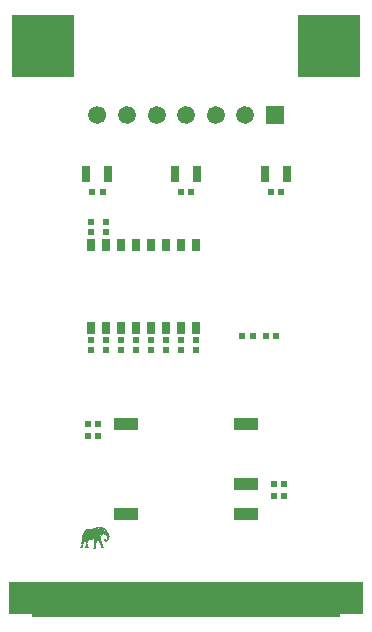
<source format=gts>
G04*
G04 #@! TF.GenerationSoftware,Altium Limited,Altium Designer,22.1.2 (22)*
G04*
G04 Layer_Color=8388736*
%FSLAX25Y25*%
%MOIN*%
G70*
G04*
G04 #@! TF.SameCoordinates,DC6CBC75-D83B-4164-BAAA-666503FEC379*
G04*
G04*
G04 #@! TF.FilePolarity,Negative*
G04*
G01*
G75*
%ADD20C,0.02958*%
%ADD21R,1.03150X0.11516*%
%ADD22R,1.18110X0.10630*%
%ADD23R,0.02126X0.01929*%
%ADD24R,0.02835X0.04016*%
%ADD25R,0.01929X0.02126*%
%ADD26R,0.02835X0.05591*%
%ADD27R,0.02047X0.02441*%
%ADD28R,0.02441X0.09134*%
%ADD29R,0.08346X0.04016*%
%ADD30R,0.05915X0.05915*%
%ADD31C,0.05915*%
%ADD32R,0.20945X0.20945*%
G36*
X-14112Y16098D02*
X-13918D01*
Y16050D01*
X-13530D01*
Y16098D01*
X-13045D01*
Y16050D01*
X-12560D01*
Y16001D01*
X-12269D01*
Y15953D01*
X-12075D01*
Y15904D01*
X-12026D01*
Y15856D01*
X-11929D01*
Y15807D01*
X-11832D01*
Y15759D01*
X-11784D01*
Y15710D01*
X-11735D01*
Y15662D01*
X-11687D01*
Y15613D01*
X-11638D01*
Y15565D01*
X-11590D01*
Y15516D01*
X-11541D01*
Y15468D01*
Y15419D01*
X-11590D01*
Y15371D01*
Y15322D01*
X-11541D01*
Y15371D01*
X-11492D01*
Y15419D01*
X-11444D01*
Y15371D01*
Y15322D01*
X-11395D01*
Y15274D01*
Y15225D01*
X-11298D01*
Y15177D01*
X-11347D01*
Y15128D01*
X-11250D01*
Y15080D01*
X-11201D01*
Y15031D01*
Y14983D01*
Y14934D01*
X-11153D01*
Y14886D01*
X-11104D01*
Y14837D01*
Y14789D01*
X-11056D01*
Y14740D01*
Y14692D01*
Y14643D01*
X-11007D01*
Y14595D01*
Y14546D01*
X-10959D01*
Y14498D01*
Y14449D01*
X-10910D01*
Y14401D01*
Y14352D01*
X-10862D01*
Y14304D01*
X-10813D01*
Y14255D01*
Y14207D01*
X-10765D01*
Y14158D01*
Y14110D01*
X-10716D01*
Y14061D01*
X-10668D01*
Y14013D01*
X-10716D01*
Y13964D01*
X-10668D01*
Y13916D01*
X-10619D01*
Y13867D01*
Y13818D01*
Y13770D01*
X-10571D01*
Y13722D01*
Y13673D01*
Y13624D01*
X-10522D01*
Y13576D01*
Y13528D01*
Y13479D01*
Y13431D01*
Y13382D01*
X-10474D01*
Y13333D01*
Y13285D01*
X-9843D01*
Y13236D01*
X-9892D01*
Y13188D01*
X-9989D01*
Y13139D01*
X-10183D01*
Y13091D01*
X-9892D01*
Y13042D01*
X-9940D01*
Y12994D01*
X-9989D01*
Y13042D01*
X-10037D01*
Y12994D01*
X-10086D01*
Y12945D01*
X-10425D01*
Y12897D01*
Y12848D01*
Y12800D01*
Y12751D01*
Y12703D01*
Y12654D01*
Y12606D01*
Y12557D01*
Y12509D01*
Y12460D01*
X-10474D01*
Y12412D01*
Y12363D01*
Y12315D01*
Y12266D01*
X-10522D01*
Y12218D01*
X-10571D01*
Y12169D01*
X-10522D01*
Y12121D01*
X-10571D01*
Y12072D01*
X-10619D01*
Y12024D01*
X-10668D01*
Y11975D01*
X-10619D01*
Y11927D01*
X-10668D01*
Y11878D01*
Y11830D01*
X-10716D01*
Y11878D01*
X-10765D01*
Y11830D01*
X-10716D01*
Y11781D01*
Y11733D01*
X-10765D01*
Y11684D01*
X-10813D01*
Y11636D01*
Y11587D01*
X-10862D01*
Y11539D01*
X-10959D01*
Y11490D01*
Y11442D01*
X-11056D01*
Y11393D01*
X-11104D01*
Y11345D01*
X-11201D01*
Y11296D01*
X-11347D01*
Y11248D01*
X-11590D01*
Y11296D01*
X-11735D01*
Y11345D01*
X-11832D01*
Y11393D01*
X-11880D01*
Y11442D01*
X-11929D01*
Y11490D01*
X-11978D01*
Y11539D01*
Y11587D01*
Y11636D01*
X-12026D01*
Y11684D01*
Y11733D01*
X-12075D01*
Y11781D01*
Y11830D01*
Y11878D01*
Y11927D01*
X-12026D01*
Y11975D01*
X-11978D01*
Y12024D01*
X-12026D01*
Y12072D01*
X-11978D01*
Y12121D01*
Y12169D01*
X-11929D01*
Y12218D01*
X-11880D01*
Y12266D01*
X-11832D01*
Y12315D01*
X-11687D01*
Y12266D01*
X-11638D01*
Y12218D01*
Y12169D01*
X-11687D01*
Y12121D01*
X-11638D01*
Y12072D01*
Y12024D01*
X-11687D01*
Y11975D01*
X-11735D01*
Y11927D01*
Y11878D01*
Y11830D01*
X-11687D01*
Y11781D01*
X-11590D01*
Y11733D01*
X-11444D01*
Y11781D01*
X-11347D01*
Y11830D01*
X-11298D01*
Y11878D01*
X-11250D01*
Y11927D01*
Y11975D01*
Y12024D01*
X-11201D01*
Y12072D01*
X-11153D01*
Y12121D01*
X-11201D01*
Y12169D01*
X-11153D01*
Y12218D01*
Y12266D01*
Y12315D01*
Y12363D01*
Y12412D01*
Y12460D01*
Y12509D01*
Y12557D01*
Y12606D01*
Y12654D01*
Y12703D01*
Y12751D01*
X-11104D01*
Y12800D01*
X-11153D01*
Y12848D01*
Y12897D01*
X-11201D01*
Y12945D01*
Y12994D01*
X-11250D01*
Y13042D01*
Y13091D01*
Y13139D01*
X-11298D01*
Y13188D01*
Y13236D01*
X-11347D01*
Y13285D01*
Y13333D01*
X-11395D01*
Y13382D01*
X-11687D01*
Y13333D01*
X-11832D01*
Y13382D01*
X-11880D01*
Y13431D01*
X-11978D01*
Y13479D01*
X-12026D01*
Y13528D01*
X-12123D01*
Y13576D01*
X-12463D01*
Y13528D01*
X-12511D01*
Y13479D01*
X-12608D01*
Y13431D01*
Y13382D01*
X-12754D01*
Y13333D01*
Y13285D01*
X-12851D01*
Y13236D01*
X-12948D01*
Y13285D01*
X-12996D01*
Y13236D01*
X-13093D01*
Y13285D01*
X-13190D01*
Y13333D01*
X-13287D01*
Y13382D01*
X-13384D01*
Y13431D01*
Y13479D01*
X-13433D01*
Y13431D01*
X-13481D01*
Y13479D01*
X-13530D01*
Y13528D01*
X-13578D01*
Y13576D01*
Y13624D01*
X-13530D01*
Y13673D01*
X-13627D01*
Y13624D01*
Y13576D01*
X-13675D01*
Y13624D01*
X-13724D01*
Y13673D01*
X-13772D01*
Y13722D01*
X-13821D01*
Y13770D01*
X-13869D01*
Y13818D01*
X-13918D01*
Y13867D01*
X-13966D01*
Y13916D01*
X-14015D01*
Y13964D01*
Y14013D01*
X-14063D01*
Y14061D01*
X-14112D01*
Y14110D01*
X-14160D01*
Y14158D01*
Y14207D01*
X-14209D01*
Y14255D01*
X-14257D01*
Y14304D01*
Y14352D01*
X-14306D01*
Y14304D01*
Y14255D01*
X-14257D01*
Y14207D01*
Y14158D01*
X-14209D01*
Y14110D01*
Y14061D01*
X-14160D01*
Y14013D01*
X-14112D01*
Y13964D01*
X-14063D01*
Y13916D01*
Y13867D01*
X-14015D01*
Y13818D01*
X-13966D01*
Y13770D01*
X-13918D01*
Y13722D01*
X-13869D01*
Y13673D01*
X-13821D01*
Y13624D01*
X-13724D01*
Y13576D01*
X-13675D01*
Y13528D01*
X-13627D01*
Y13479D01*
X-13578D01*
Y13431D01*
X-13481D01*
Y13382D01*
X-13433D01*
Y13333D01*
Y13285D01*
X-13336D01*
Y13236D01*
Y13188D01*
Y13139D01*
Y13091D01*
Y13042D01*
Y12994D01*
Y12945D01*
Y12897D01*
X-13287D01*
Y12848D01*
Y12800D01*
Y12751D01*
Y12703D01*
Y12654D01*
Y12606D01*
Y12557D01*
Y12509D01*
X-13239D01*
Y12460D01*
X-13190D01*
Y12412D01*
Y12363D01*
Y12315D01*
X-13142D01*
Y12266D01*
Y12218D01*
X-13093D01*
Y12169D01*
Y12121D01*
Y12072D01*
Y12024D01*
Y11975D01*
X-13045D01*
Y11927D01*
Y11878D01*
Y11830D01*
X-12996D01*
Y11781D01*
Y11733D01*
X-13045D01*
Y11684D01*
X-12996D01*
Y11636D01*
X-12948D01*
Y11587D01*
Y11539D01*
X-12996D01*
Y11490D01*
X-12948D01*
Y11442D01*
Y11393D01*
X-12899D01*
Y11345D01*
Y11296D01*
Y11248D01*
X-12851D01*
Y11199D01*
Y11151D01*
Y11102D01*
Y11054D01*
X-12802D01*
Y11005D01*
Y10956D01*
Y10908D01*
X-12754D01*
Y10859D01*
X-12802D01*
Y10811D01*
X-12754D01*
Y10763D01*
X-12705D01*
Y10714D01*
Y10666D01*
Y10617D01*
X-12657D01*
Y10569D01*
Y10520D01*
Y10471D01*
X-12608D01*
Y10423D01*
X-12657D01*
Y10374D01*
X-12608D01*
Y10326D01*
Y10277D01*
X-12560D01*
Y10229D01*
X-12608D01*
Y10180D01*
X-12560D01*
Y10132D01*
Y10083D01*
Y10035D01*
Y9986D01*
Y9938D01*
X-12511D01*
Y9889D01*
Y9841D01*
Y9792D01*
X-12463D01*
Y9744D01*
Y9695D01*
X-12414D01*
Y9647D01*
Y9598D01*
X-12366D01*
Y9550D01*
Y9501D01*
X-12317D01*
Y9453D01*
X-12269D01*
Y9404D01*
Y9356D01*
X-12220D01*
Y9307D01*
X-12172D01*
Y9259D01*
X-12123D01*
Y9210D01*
Y9162D01*
X-12172D01*
Y9113D01*
X-12317D01*
Y9065D01*
X-12754D01*
Y9016D01*
X-12802D01*
Y9065D01*
X-13142D01*
Y9113D01*
Y9162D01*
X-13190D01*
Y9210D01*
Y9259D01*
Y9307D01*
Y9356D01*
X-13142D01*
Y9404D01*
Y9453D01*
X-13093D01*
Y9501D01*
X-13045D01*
Y9550D01*
Y9598D01*
X-13093D01*
Y9647D01*
Y9695D01*
Y9744D01*
X-13142D01*
Y9792D01*
Y9841D01*
Y9889D01*
X-13190D01*
Y9938D01*
Y9986D01*
Y10035D01*
X-13239D01*
Y10083D01*
Y10132D01*
X-13287D01*
Y10180D01*
Y10229D01*
X-13336D01*
Y10277D01*
Y10326D01*
X-13384D01*
Y10374D01*
Y10423D01*
X-13433D01*
Y10471D01*
X-13481D01*
Y10520D01*
Y10569D01*
X-13530D01*
Y10617D01*
X-13481D01*
Y10666D01*
X-13578D01*
Y10714D01*
Y10763D01*
Y10811D01*
X-13675D01*
Y10859D01*
Y10908D01*
X-13724D01*
Y10956D01*
Y11005D01*
X-13772D01*
Y11054D01*
X-13821D01*
Y11102D01*
X-13724D01*
Y11151D01*
X-13869D01*
Y11199D01*
X-13918D01*
Y11248D01*
Y11296D01*
X-13966D01*
Y11345D01*
X-14015D01*
Y11393D01*
X-14063D01*
Y11442D01*
X-14112D01*
Y11490D01*
X-14160D01*
Y11539D01*
X-14209D01*
Y11587D01*
X-14257D01*
Y11636D01*
X-14306D01*
Y11684D01*
X-14355D01*
Y11733D01*
X-14403D01*
Y11781D01*
X-14451D01*
Y11830D01*
Y11878D01*
X-14500D01*
Y11927D01*
X-14548D01*
Y11975D01*
Y12024D01*
X-14597D01*
Y12072D01*
X-14646D01*
Y12121D01*
Y12169D01*
X-14694D01*
Y12218D01*
Y12266D01*
X-14742D01*
Y12315D01*
Y12363D01*
X-14791D01*
Y12315D01*
Y12266D01*
X-14742D01*
Y12218D01*
Y12169D01*
X-14694D01*
Y12121D01*
Y12072D01*
X-14646D01*
Y12024D01*
Y11975D01*
X-14597D01*
Y11927D01*
X-14548D01*
Y11878D01*
Y11830D01*
X-14500D01*
Y11781D01*
X-14451D01*
Y11733D01*
Y11684D01*
X-14403D01*
Y11636D01*
Y11587D01*
Y11539D01*
Y11490D01*
X-14451D01*
Y11442D01*
Y11393D01*
Y11345D01*
X-14500D01*
Y11296D01*
Y11248D01*
Y11199D01*
X-14548D01*
Y11151D01*
Y11102D01*
X-14597D01*
Y11054D01*
Y11005D01*
Y10956D01*
X-14646D01*
Y10908D01*
Y10859D01*
Y10811D01*
X-14694D01*
Y10763D01*
Y10714D01*
Y10666D01*
Y10617D01*
X-14742D01*
Y10569D01*
Y10520D01*
Y10471D01*
Y10423D01*
X-14791D01*
Y10374D01*
Y10326D01*
Y10277D01*
X-14840D01*
Y10229D01*
Y10180D01*
X-14888D01*
Y10132D01*
Y10083D01*
Y10035D01*
X-14937D01*
Y9986D01*
Y9938D01*
X-14985D01*
Y9889D01*
Y9841D01*
Y9792D01*
Y9744D01*
Y9695D01*
X-15034D01*
Y9647D01*
Y9598D01*
X-14985D01*
Y9550D01*
Y9501D01*
Y9453D01*
X-14937D01*
Y9404D01*
X-14888D01*
Y9356D01*
X-14840D01*
Y9307D01*
X-14791D01*
Y9259D01*
X-14742D01*
Y9210D01*
Y9162D01*
X-14694D01*
Y9113D01*
Y9065D01*
Y9016D01*
X-14791D01*
Y8968D01*
X-15422D01*
Y9016D01*
X-15567D01*
Y8968D01*
X-15810D01*
Y9016D01*
X-15858D01*
Y9065D01*
Y9113D01*
Y9162D01*
Y9210D01*
X-15810D01*
Y9259D01*
Y9307D01*
X-15761D01*
Y9356D01*
X-15664D01*
Y9404D01*
Y9453D01*
Y9501D01*
X-15616D01*
Y9550D01*
X-15664D01*
Y9598D01*
Y9647D01*
Y9695D01*
Y9744D01*
Y9792D01*
Y9841D01*
Y9889D01*
Y9938D01*
Y9986D01*
Y10035D01*
Y10083D01*
X-15616D01*
Y10132D01*
Y10180D01*
Y10229D01*
Y10277D01*
Y10326D01*
Y10374D01*
Y10423D01*
Y10471D01*
X-15567D01*
Y10520D01*
Y10569D01*
Y10617D01*
Y10666D01*
Y10714D01*
X-15519D01*
Y10763D01*
Y10811D01*
Y10859D01*
Y10908D01*
Y10956D01*
Y11005D01*
X-15470D01*
Y11054D01*
Y11102D01*
Y11151D01*
Y11199D01*
Y11248D01*
Y11296D01*
Y11345D01*
Y11393D01*
Y11442D01*
Y11490D01*
Y11539D01*
Y11587D01*
X-15422D01*
Y11636D01*
X-15470D01*
Y11684D01*
Y11733D01*
Y11781D01*
Y11830D01*
Y11878D01*
Y11927D01*
Y11975D01*
Y12024D01*
X-15519D01*
Y12072D01*
Y12121D01*
Y12169D01*
X-15616D01*
Y12121D01*
X-15713D01*
Y12072D01*
X-15810D01*
Y12024D01*
X-15907D01*
Y11975D01*
X-16052D01*
Y11927D01*
X-16198D01*
Y11878D01*
X-16440D01*
Y11830D01*
X-16537D01*
Y11878D01*
X-16683D01*
Y11830D01*
X-17022D01*
Y11878D01*
X-17071D01*
Y11830D01*
X-17022D01*
Y11781D01*
X-17120D01*
Y11733D01*
Y11684D01*
X-17168D01*
Y11636D01*
X-17217D01*
Y11587D01*
X-17265D01*
Y11539D01*
X-17313D01*
Y11490D01*
X-17362D01*
Y11442D01*
X-17411D01*
Y11393D01*
X-17459D01*
Y11345D01*
X-17507D01*
Y11296D01*
Y11248D01*
X-17556D01*
Y11199D01*
Y11151D01*
Y11102D01*
X-17605D01*
Y11054D01*
Y11005D01*
X-17653D01*
Y10956D01*
Y10908D01*
Y10859D01*
X-17702D01*
Y10811D01*
Y10763D01*
Y10714D01*
Y10666D01*
X-17653D01*
Y10617D01*
Y10569D01*
Y10520D01*
Y10471D01*
Y10423D01*
Y10374D01*
Y10326D01*
Y10277D01*
Y10229D01*
Y10180D01*
Y10132D01*
Y10083D01*
Y10035D01*
Y9986D01*
Y9938D01*
Y9889D01*
X-17605D01*
Y9841D01*
Y9792D01*
Y9744D01*
X-17556D01*
Y9695D01*
Y9647D01*
X-17507D01*
Y9598D01*
X-17459D01*
Y9550D01*
X-17411D01*
Y9501D01*
X-17362D01*
Y9453D01*
X-17313D01*
Y9404D01*
X-17265D01*
Y9356D01*
X-17217D01*
Y9307D01*
X-17168D01*
Y9259D01*
Y9210D01*
Y9162D01*
X-17217D01*
Y9113D01*
X-18284D01*
Y9162D01*
X-18381D01*
Y9210D01*
Y9259D01*
Y9307D01*
Y9356D01*
Y9404D01*
Y9453D01*
Y9501D01*
Y9550D01*
Y9598D01*
Y9647D01*
Y9695D01*
Y9744D01*
Y9792D01*
Y9841D01*
X-18332D01*
Y9889D01*
Y9938D01*
Y9986D01*
Y10035D01*
Y10083D01*
X-18284D01*
Y10132D01*
Y10180D01*
Y10229D01*
Y10277D01*
Y10326D01*
Y10374D01*
Y10423D01*
Y10471D01*
Y10520D01*
Y10569D01*
Y10617D01*
Y10666D01*
Y10714D01*
Y10763D01*
Y10811D01*
Y10859D01*
X-18332D01*
Y10908D01*
Y10956D01*
Y11005D01*
Y11054D01*
Y11102D01*
Y11151D01*
Y11199D01*
X-18381D01*
Y11248D01*
X-18429D01*
Y11296D01*
X-18478D01*
Y11345D01*
X-18429D01*
Y11393D01*
X-18381D01*
Y11442D01*
X-18332D01*
Y11490D01*
X-18284D01*
Y11539D01*
X-18235D01*
Y11587D01*
Y11636D01*
X-18187D01*
Y11684D01*
X-18090D01*
Y11733D01*
Y11781D01*
Y11830D01*
X-18138D01*
Y11781D01*
X-18187D01*
Y11733D01*
X-18235D01*
Y11684D01*
X-18284D01*
Y11636D01*
Y11587D01*
X-18332D01*
Y11539D01*
X-18381D01*
Y11587D01*
X-18478D01*
Y11539D01*
X-18381D01*
Y11490D01*
X-18429D01*
Y11442D01*
X-18478D01*
Y11393D01*
X-18526D01*
Y11345D01*
Y11296D01*
X-18575D01*
Y11248D01*
X-18623D01*
Y11199D01*
X-18672D01*
Y11151D01*
X-18720D01*
Y11102D01*
Y11054D01*
X-18769D01*
Y11005D01*
X-18817D01*
Y10956D01*
Y10908D01*
X-18866D01*
Y10859D01*
Y10811D01*
X-18963D01*
Y10763D01*
X-18914D01*
Y10714D01*
X-18963D01*
Y10666D01*
X-19011D01*
Y10617D01*
Y10569D01*
Y10520D01*
X-19060D01*
Y10471D01*
Y10423D01*
X-19108D01*
Y10374D01*
Y10326D01*
X-19157D01*
Y10277D01*
X-19108D01*
Y10229D01*
X-19157D01*
Y10180D01*
Y10132D01*
Y10083D01*
Y10035D01*
X-19205D01*
Y10083D01*
X-19254D01*
Y10035D01*
X-19205D01*
Y9986D01*
Y9938D01*
Y9889D01*
Y9841D01*
X-19254D01*
Y9792D01*
Y9744D01*
Y9695D01*
X-19302D01*
Y9647D01*
Y9598D01*
Y9550D01*
X-19351D01*
Y9501D01*
X-19302D01*
Y9453D01*
Y9404D01*
Y9356D01*
X-19254D01*
Y9307D01*
X-19302D01*
Y9356D01*
X-19351D01*
Y9307D01*
X-19302D01*
Y9259D01*
Y9210D01*
Y9162D01*
X-19399D01*
Y9113D01*
X-19448D01*
Y9162D01*
X-19884D01*
Y9210D01*
X-19933D01*
Y9259D01*
X-19981D01*
Y9307D01*
Y9356D01*
X-20030D01*
Y9404D01*
Y9453D01*
Y9501D01*
Y9550D01*
Y9598D01*
Y9647D01*
X-19981D01*
Y9695D01*
Y9744D01*
X-19933D01*
Y9792D01*
X-19884D01*
Y9841D01*
X-19836D01*
Y9889D01*
X-19787D01*
Y9841D01*
X-19739D01*
Y9889D01*
X-19787D01*
Y9938D01*
Y9986D01*
Y10035D01*
Y10083D01*
X-19739D01*
Y10132D01*
Y10180D01*
Y10229D01*
X-19690D01*
Y10277D01*
Y10326D01*
X-19642D01*
Y10374D01*
Y10423D01*
X-19739D01*
Y10374D01*
X-19787D01*
Y10423D01*
Y10471D01*
X-19884D01*
Y10520D01*
Y10569D01*
X-19836D01*
Y10617D01*
Y10666D01*
Y10714D01*
Y10763D01*
Y10811D01*
X-19787D01*
Y10859D01*
Y10908D01*
Y10956D01*
X-19739D01*
Y11005D01*
Y11054D01*
Y11102D01*
Y11151D01*
X-19690D01*
Y11199D01*
Y11248D01*
Y11296D01*
X-19642D01*
Y11345D01*
Y11393D01*
Y11442D01*
X-19593D01*
Y11490D01*
Y11539D01*
Y11587D01*
Y11636D01*
X-19545D01*
Y11587D01*
X-19496D01*
Y11539D01*
Y11490D01*
Y11442D01*
Y11393D01*
X-19545D01*
Y11345D01*
Y11296D01*
Y11248D01*
Y11199D01*
X-19593D01*
Y11151D01*
Y11102D01*
Y11054D01*
X-19642D01*
Y11005D01*
Y10956D01*
Y10908D01*
Y10859D01*
Y10811D01*
Y10763D01*
Y10714D01*
Y10666D01*
Y10617D01*
Y10569D01*
Y10520D01*
X-19690D01*
Y10471D01*
X-19593D01*
Y10520D01*
Y10569D01*
Y10617D01*
X-19545D01*
Y10666D01*
Y10714D01*
Y10763D01*
Y10811D01*
X-19496D01*
Y10859D01*
Y10908D01*
Y10956D01*
Y11005D01*
Y11054D01*
X-19448D01*
Y11102D01*
Y11151D01*
Y11199D01*
Y11248D01*
Y11296D01*
Y11345D01*
Y11393D01*
Y11442D01*
Y11490D01*
Y11539D01*
Y11587D01*
Y11636D01*
X-19496D01*
Y11684D01*
X-19545D01*
Y11733D01*
Y11781D01*
Y11830D01*
X-19496D01*
Y11878D01*
Y11927D01*
Y11975D01*
Y12024D01*
Y12072D01*
Y12121D01*
Y12169D01*
Y12218D01*
X-19448D01*
Y12266D01*
Y12315D01*
Y12363D01*
Y12412D01*
Y12460D01*
Y12509D01*
Y12557D01*
X-19399D01*
Y12606D01*
Y12654D01*
Y12703D01*
Y12751D01*
Y12800D01*
Y12848D01*
Y12897D01*
Y12945D01*
Y12994D01*
Y13042D01*
Y13091D01*
Y13139D01*
Y13188D01*
Y13236D01*
Y13285D01*
Y13333D01*
Y13382D01*
Y13431D01*
Y13479D01*
X-19351D01*
Y13528D01*
Y13576D01*
Y13624D01*
Y13673D01*
Y13722D01*
X-19302D01*
Y13770D01*
Y13818D01*
X-19254D01*
Y13867D01*
Y13916D01*
Y13964D01*
X-19205D01*
Y14013D01*
X-19157D01*
Y14061D01*
Y14110D01*
X-19108D01*
Y14158D01*
Y14207D01*
X-19011D01*
Y14255D01*
Y14304D01*
Y14352D01*
X-18963D01*
Y14401D01*
X-18914D01*
Y14449D01*
X-18817D01*
Y14498D01*
X-18866D01*
Y14546D01*
X-18817D01*
Y14595D01*
X-18769D01*
Y14643D01*
Y14692D01*
X-18720D01*
Y14740D01*
X-18672D01*
Y14789D01*
Y14837D01*
X-18623D01*
Y14886D01*
X-18575D01*
Y14934D01*
X-18526D01*
Y14886D01*
X-18478D01*
Y14934D01*
X-18526D01*
Y14983D01*
Y15031D01*
X-18478D01*
Y15080D01*
X-18429D01*
Y15128D01*
X-18381D01*
Y15177D01*
X-18332D01*
Y15225D01*
X-18187D01*
Y15274D01*
Y15322D01*
X-18138D01*
Y15274D01*
X-18090D01*
Y15322D01*
Y15371D01*
X-17993D01*
Y15419D01*
X-17896D01*
Y15468D01*
X-17702D01*
Y15516D01*
X-17556D01*
Y15468D01*
X-17507D01*
Y15516D01*
X-17556D01*
Y15565D01*
X-17168D01*
Y15613D01*
X-16004D01*
Y15662D01*
X-15761D01*
Y15710D01*
X-15616D01*
Y15759D01*
X-15470D01*
Y15807D01*
X-15325D01*
Y15856D01*
X-15131D01*
Y15904D01*
X-14985D01*
Y15953D01*
X-14791D01*
Y16001D01*
X-14694D01*
Y16050D01*
X-14548D01*
Y16098D01*
X-14500D01*
Y16050D01*
X-14451D01*
Y16098D01*
X-14403D01*
Y16050D01*
X-14355D01*
Y16098D01*
X-14403D01*
Y16147D01*
X-14112D01*
Y16098D01*
D02*
G37*
G36*
X41728Y156501D02*
X47642D01*
Y150586D01*
X41728D01*
Y156501D01*
D02*
G37*
%LPC*%
G36*
X-13869Y15856D02*
X-13918D01*
Y15807D01*
X-13869D01*
Y15759D01*
X-13821D01*
Y15807D01*
X-13869D01*
Y15856D01*
D02*
G37*
G36*
Y15759D02*
X-13918D01*
Y15710D01*
X-13869D01*
Y15759D01*
D02*
G37*
G36*
X-13918Y15710D02*
X-13966D01*
Y15662D01*
X-13918D01*
Y15710D01*
D02*
G37*
G36*
X-14015D02*
X-14160D01*
Y15662D01*
X-14015D01*
Y15710D01*
D02*
G37*
G36*
X-14160Y15662D02*
X-14306D01*
Y15613D01*
X-14403D01*
Y15565D01*
X-14500D01*
Y15516D01*
X-14548D01*
Y15468D01*
X-14597D01*
Y15419D01*
X-14646D01*
Y15371D01*
Y15322D01*
Y15274D01*
Y15225D01*
Y15177D01*
Y15128D01*
Y15080D01*
Y15031D01*
Y14983D01*
X-14597D01*
Y14934D01*
Y14886D01*
Y14837D01*
Y14789D01*
X-14548D01*
Y14740D01*
Y14692D01*
Y14643D01*
X-14500D01*
Y14692D01*
Y14740D01*
Y14789D01*
X-14548D01*
Y14837D01*
Y14886D01*
Y14934D01*
Y14983D01*
Y15031D01*
X-14597D01*
Y15080D01*
Y15128D01*
Y15177D01*
Y15225D01*
Y15274D01*
Y15322D01*
Y15371D01*
X-14548D01*
Y15419D01*
X-14500D01*
Y15371D01*
X-14451D01*
Y15419D01*
X-14500D01*
Y15468D01*
X-14403D01*
Y15516D01*
X-14355D01*
Y15565D01*
X-14257D01*
Y15613D01*
X-14160D01*
Y15662D01*
D02*
G37*
G36*
X-18187Y15177D02*
X-18235D01*
Y15128D01*
X-18187D01*
Y15177D01*
D02*
G37*
G36*
X-12026Y15128D02*
X-12075D01*
Y15080D01*
X-12026D01*
Y15031D01*
X-11880D01*
Y14983D01*
X-11832D01*
Y15031D01*
X-11784D01*
Y15080D01*
X-12026D01*
Y15128D01*
D02*
G37*
G36*
X-11832Y15225D02*
X-11978D01*
Y15177D01*
X-11832D01*
Y15128D01*
X-11784D01*
Y15080D01*
X-11735D01*
Y15031D01*
Y14983D01*
Y14934D01*
X-11687D01*
Y14983D01*
Y15031D01*
Y15080D01*
X-11735D01*
Y15128D01*
X-11784D01*
Y15177D01*
X-11832D01*
Y15225D01*
D02*
G37*
G36*
X-14694Y15031D02*
X-14742D01*
Y14983D01*
Y14934D01*
X-14646D01*
Y14983D01*
X-14694D01*
Y15031D01*
D02*
G37*
G36*
X-14451Y14595D02*
X-14500D01*
Y14546D01*
X-14451D01*
Y14595D01*
D02*
G37*
G36*
X-14306Y14449D02*
X-14355D01*
Y14401D01*
X-14306D01*
Y14449D01*
D02*
G37*
G36*
X-12220Y14401D02*
X-12269D01*
Y14352D01*
X-12220D01*
Y14401D01*
D02*
G37*
G36*
X-12172Y14255D02*
X-12220D01*
Y14207D01*
Y14158D01*
Y14110D01*
X-12172D01*
Y14158D01*
Y14207D01*
Y14255D01*
D02*
G37*
G36*
X-12317Y13916D02*
X-12366D01*
Y13867D01*
X-12317D01*
Y13916D01*
D02*
G37*
G36*
X-12220Y14013D02*
X-12269D01*
Y13964D01*
Y13916D01*
Y13867D01*
X-12220D01*
Y13818D01*
X-12172D01*
Y13867D01*
X-12220D01*
Y13916D01*
Y13964D01*
Y14013D01*
D02*
G37*
G36*
X-12269Y13818D02*
X-12317D01*
Y13770D01*
Y13722D01*
X-12269D01*
Y13770D01*
Y13818D01*
D02*
G37*
G36*
X-12317Y13722D02*
X-12366D01*
Y13673D01*
Y13624D01*
X-12317D01*
Y13673D01*
Y13722D01*
D02*
G37*
G36*
X-11784Y13431D02*
X-11832D01*
Y13382D01*
X-11784D01*
Y13431D01*
D02*
G37*
G36*
X-13578D02*
X-13627D01*
Y13382D01*
X-13578D01*
Y13431D01*
D02*
G37*
G36*
X-12802Y13382D02*
X-12851D01*
Y13333D01*
X-12802D01*
Y13382D01*
D02*
G37*
G36*
X-17799Y12751D02*
X-17847D01*
Y12703D01*
X-17799D01*
Y12751D01*
D02*
G37*
G36*
X-14840Y12606D02*
X-14888D01*
Y12557D01*
X-14840D01*
Y12606D01*
D02*
G37*
G36*
X-14791Y12460D02*
X-14840D01*
Y12412D01*
X-14791D01*
Y12460D01*
D02*
G37*
G36*
X-17799Y12557D02*
X-17847D01*
Y12509D01*
Y12460D01*
Y12412D01*
X-17799D01*
Y12460D01*
Y12509D01*
Y12557D01*
D02*
G37*
G36*
X-11687Y12266D02*
X-11784D01*
Y12218D01*
X-11687D01*
Y12266D01*
D02*
G37*
G36*
X-17896Y12412D02*
X-17944D01*
Y12363D01*
X-17896D01*
Y12315D01*
Y12266D01*
Y12218D01*
X-17847D01*
Y12266D01*
Y12315D01*
Y12363D01*
X-17896D01*
Y12412D01*
D02*
G37*
G36*
X-11687Y12121D02*
X-11735D01*
Y12072D01*
X-11687D01*
Y12121D01*
D02*
G37*
G36*
X-13093Y11975D02*
X-13142D01*
Y11927D01*
X-13093D01*
Y11975D01*
D02*
G37*
G36*
X-17896Y12218D02*
X-17944D01*
Y12169D01*
Y12121D01*
X-17993D01*
Y12072D01*
Y12024D01*
X-18041D01*
Y11975D01*
Y11927D01*
X-18090D01*
Y11878D01*
Y11830D01*
X-18041D01*
Y11878D01*
X-17993D01*
Y11927D01*
Y11975D01*
X-17944D01*
Y12024D01*
Y12072D01*
X-17896D01*
Y12121D01*
Y12169D01*
Y12218D01*
D02*
G37*
G36*
X-11735Y11830D02*
X-11784D01*
Y11781D01*
X-11735D01*
Y11830D01*
D02*
G37*
G36*
X-13433Y10714D02*
X-13481D01*
Y10666D01*
X-13433D01*
Y10714D01*
D02*
G37*
G36*
X-12705Y10617D02*
X-12754D01*
Y10569D01*
X-12705D01*
Y10617D01*
D02*
G37*
G36*
X-19108Y10520D02*
X-19157D01*
Y10471D01*
X-19108D01*
Y10520D01*
D02*
G37*
G36*
X-19545Y10423D02*
X-19593D01*
Y10374D01*
X-19545D01*
Y10423D01*
D02*
G37*
G36*
X-19302Y9792D02*
X-19351D01*
Y9744D01*
X-19302D01*
Y9792D01*
D02*
G37*
G36*
X-19690Y9259D02*
X-19739D01*
Y9210D01*
X-19690D01*
Y9259D01*
D02*
G37*
%LPD*%
D20*
X36321Y153543D02*
G03*
X36321Y153543I-1479J0D01*
G01*
X26479D02*
G03*
X26479Y153543I-1479J0D01*
G01*
X16636D02*
G03*
X16636Y153543I-1479J0D01*
G01*
X6794D02*
G03*
X6794Y153543I-1479J0D01*
G01*
X-3049D02*
G03*
X-3049Y153543I-1479J0D01*
G01*
X-12891D02*
G03*
X-12891Y153543I-1479J0D01*
G01*
D21*
X15157Y-8022D02*
D03*
D22*
X15157Y-7481D02*
D03*
D23*
X-11429Y114449D02*
D03*
Y117835D02*
D03*
X-16429Y114449D02*
D03*
Y117835D02*
D03*
X18571Y75079D02*
D03*
Y78465D02*
D03*
X13571D02*
D03*
Y75079D02*
D03*
X8571D02*
D03*
Y78465D02*
D03*
X3571D02*
D03*
Y75079D02*
D03*
X-1429D02*
D03*
Y78465D02*
D03*
X-6429D02*
D03*
Y75079D02*
D03*
X-11429Y78465D02*
D03*
Y75079D02*
D03*
X-16429Y78465D02*
D03*
Y75079D02*
D03*
D24*
Y82677D02*
D03*
Y110236D02*
D03*
X18571Y82677D02*
D03*
Y110236D02*
D03*
X13571Y82677D02*
D03*
X-11429D02*
D03*
Y110236D02*
D03*
X13571D02*
D03*
X8571D02*
D03*
X3571D02*
D03*
X-1429D02*
D03*
X-6429D02*
D03*
Y82677D02*
D03*
X-1429D02*
D03*
X3571D02*
D03*
X8571D02*
D03*
D25*
X44567Y30433D02*
D03*
X47953D02*
D03*
X44567Y26496D02*
D03*
X47953D02*
D03*
X-14055Y50433D02*
D03*
X-17441D02*
D03*
X-14055Y46496D02*
D03*
X-17441D02*
D03*
X45311Y79921D02*
D03*
X41925D02*
D03*
D26*
X41421Y133858D02*
D03*
X48783D02*
D03*
X11476D02*
D03*
X18839D02*
D03*
X-18051D02*
D03*
X-10689D02*
D03*
D27*
X43331Y127953D02*
D03*
X46874D02*
D03*
X13386D02*
D03*
X16929D02*
D03*
X-16142D02*
D03*
X-12598D02*
D03*
X33972Y79921D02*
D03*
X37516D02*
D03*
D28*
X60039Y-7283D02*
D03*
X56890D02*
D03*
X53740D02*
D03*
X50591D02*
D03*
X47441D02*
D03*
X44291D02*
D03*
X41142D02*
D03*
X37992D02*
D03*
X34843D02*
D03*
X31693D02*
D03*
X28543D02*
D03*
X25394D02*
D03*
X22244D02*
D03*
X19094D02*
D03*
X15945D02*
D03*
X12795D02*
D03*
X9646D02*
D03*
X6496D02*
D03*
X-9252D02*
D03*
X-12402D02*
D03*
X-15551D02*
D03*
X-18701D02*
D03*
X-21850D02*
D03*
X-25000D02*
D03*
X-28150D02*
D03*
X-31299D02*
D03*
D29*
X-4724Y20433D02*
D03*
Y50433D02*
D03*
X35039D02*
D03*
Y30433D02*
D03*
Y20433D02*
D03*
D30*
X44685Y153543D02*
D03*
D31*
X34843D02*
D03*
X25000D02*
D03*
X15157D02*
D03*
X5315D02*
D03*
X-4528D02*
D03*
X-14370D02*
D03*
D32*
X62795Y176378D02*
D03*
X-32480D02*
D03*
M02*

</source>
